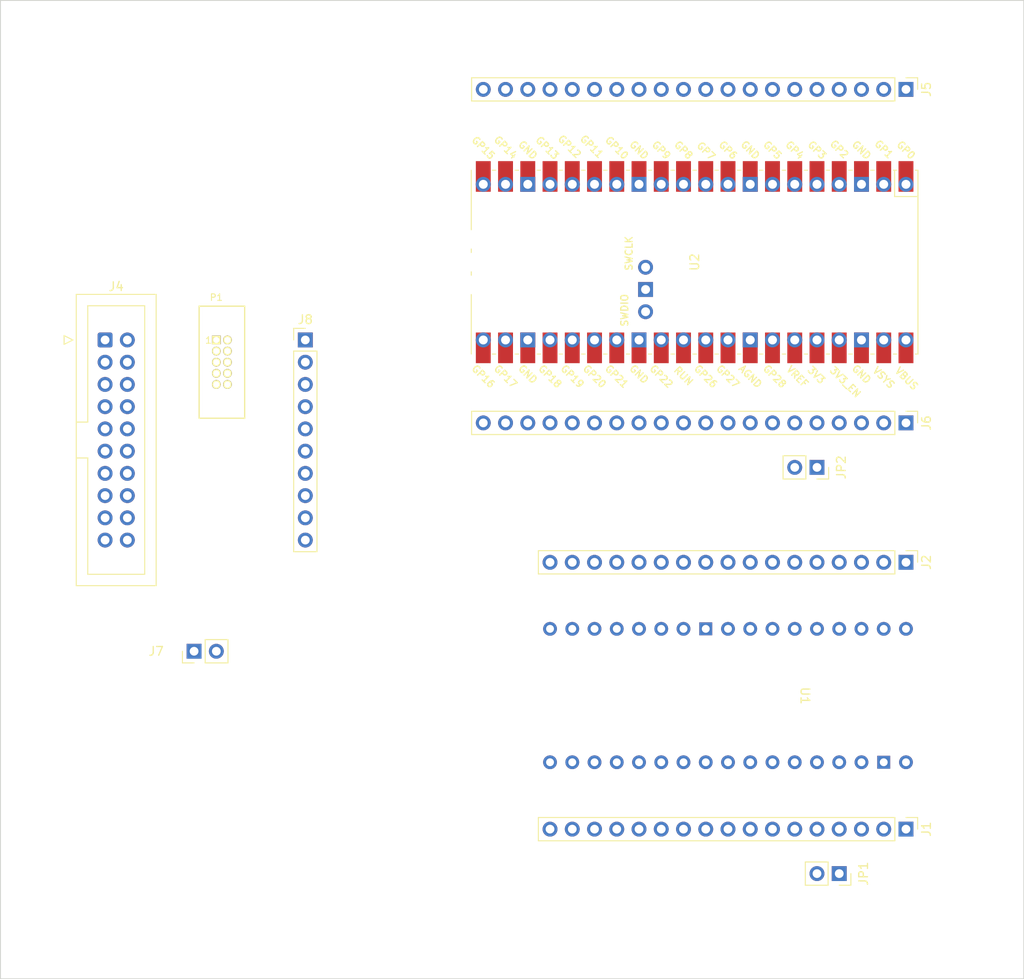
<source format=kicad_pcb>
(kicad_pcb (version 20221018) (generator pcbnew)
  (layers (0 "F.Cu" signal) (31 "B.Cu" signal) (34 "B.Paste" user) (35 "F.Paste" user) (36 "B.SilkS" user "B.Silkscreen") (37 "F.SilkS" user "F.Silkscreen") (38 "B.Mask" user) (39 "F.Mask" user) (44 "Edge.Cuts" user))
  (net 0 "")
  (net 1 "Net-(J1-Pin_1)")
  (net 2 "GND")
  (net 3 "Net-(J1-Pin_3)")
  (net 4 "Net-(J1-Pin_4)")
  (net 5 "Net-(J1-Pin_5)")
  (net 6 "Net-(J1-Pin_6)")
  (net 7 "Net-(J1-Pin_7)")
  (net 8 "Net-(J1-Pin_8)")
  (net 9 "Net-(J1-Pin_9)")
  (net 10 "Net-(J1-Pin_10)")
  (net 11 "Net-(J1-Pin_11)")
  (net 12 "Net-(J1-Pin_12)")
  (net 13 "Net-(J1-Pin_13)")
  (net 14 "Net-(J1-Pin_14)")
  (net 15 "Net-(J1-Pin_15)")
  (net 16 "Net-(J1-Pin_16)")
  (net 17 "Net-(J1-Pin_17)")
  (net 18 "Net-(J2-Pin_1)")
  (net 19 "Net-(J2-Pin_2)")
  (net 20 "Net-(J2-Pin_3)")
  (net 21 "Net-(J2-Pin_4)")
  (net 22 "Net-(J2-Pin_5)")
  (net 23 "Net-(J2-Pin_6)")
  (net 24 "Net-(J2-Pin_7)")
  (net 25 "Net-(J2-Pin_8)")
  (net 26 "/JTAG.~{nTRST}")
  (net 27 "Net-(J2-Pin_11)")
  (net 28 "Net-(J2-Pin_12)")
  (net 29 "Net-(J2-Pin_13)")
  (net 30 "/JTAG.TCK")
  (net 31 "/JTAG.TDO")
  (net 32 "/JTAG.TDI")
  (net 33 "/JTAG.TMS")
  (net 34 "/JTAG.VTRef")
  (net 36 "/JTAG.RTCK")
  (net 37 "/JTAG.RESET")
  (net 38 "/JTAG.DBGRQ")
  (net 39 "+5V")
  (net 40 "Net-(J5-Pin_1)")
  (net 41 "Net-(J5-Pin_2)")
  (net 42 "Net-(J5-Pin_3)")
  (net 43 "Net-(J5-Pin_4)")
  (net 44 "Net-(J5-Pin_5)")
  (net 45 "Net-(J5-Pin_6)")
  (net 46 "Net-(J5-Pin_7)")
  (net 47 "Net-(J5-Pin_8)")
  (net 48 "Net-(J5-Pin_9)")
  (net 49 "Net-(J5-Pin_10)")
  (net 50 "Net-(J5-Pin_11)")
  (net 51 "Net-(J5-Pin_12)")
  (net 52 "Net-(J5-Pin_13)")
  (net 53 "Net-(J5-Pin_14)")
  (net 54 "Net-(J5-Pin_15)")
  (net 55 "Net-(J5-Pin_16)")
  (net 56 "Net-(J5-Pin_17)")
  (net 57 "Net-(J5-Pin_18)")
  (net 58 "Net-(J5-Pin_19)")
  (net 59 "Net-(J5-Pin_20)")
  (net 60 "Net-(J6-Pin_1)")
  (net 61 "Net-(J6-Pin_2)")
  (net 62 "Net-(J6-Pin_3)")
  (net 63 "Net-(J6-Pin_4)")
  (net 64 "Net-(J6-Pin_5)")
  (net 65 "Net-(J6-Pin_6)")
  (net 66 "Net-(J6-Pin_7)")
  (net 67 "Net-(J6-Pin_8)")
  (net 68 "Net-(J6-Pin_9)")
  (net 69 "Net-(J6-Pin_10)")
  (net 70 "Net-(J6-Pin_12)")
  (net 71 "Net-(J6-Pin_13)")
  (net 72 "Net-(J6-Pin_14)")
  (net 73 "Net-(J6-Pin_15)")
  (net 74 "Net-(J6-Pin_16)")
  (net 75 "Net-(J6-Pin_17)")
  (net 76 "Net-(J6-Pin_18)")
  (net 77 "Net-(J6-Pin_19)")
  (net 78 "Net-(J6-Pin_20)")
  (footprint "Connector_PinHeader_2.54mm:PinHeader_1x02_P2.54mm_Vertical" (layer "F.Cu") (at 95.77 104.8259 90)
    (fp_text reference "J7" (at 0 -4.33 180) (layer "F.SilkS"))
    (fp_text value "Segger 5V Out")
    (pad "1" thru_hole rect (at 0 0 90) (size 1.7 1.7) (drill 1) (layers "*.Cu" "*.Mask") (net 39 "+5V"))
    (pad "2" thru_hole oval (at 0 2.54 90) (size 1.7 1.7) (drill 1) (layers "*.Cu" "*.Mask") (net 2 "GND"))
  )
  (footprint "Connector_PinHeader_2.54mm:PinHeader_1x20_P2.54mm_Vertical" (layer "F.Cu") (at 177.05 78.74 -90)
    (fp_text reference "J6" (at 0 -2.33 90) (layer "F.SilkS"))
    (fp_text value "Rpi Pico Breakout2")
    (pad "1" thru_hole rect (at 0 0 270) (size 1.7 1.7) (drill 1) (layers "*.Cu" "*.Mask") (net 60 "Net-(J6-Pin_1)"))
    (pad "2" thru_hole oval (at 0 2.54 270) (size 1.7 1.7) (drill 1) (layers "*.Cu" "*.Mask") (net 61 "Net-(J6-Pin_2)"))
    (pad "3" thru_hole oval (at 0 5.08 270) (size 1.7 1.7) (drill 1) (layers "*.Cu" "*.Mask") (net 62 "Net-(J6-Pin_3)"))
    (pad "4" thru_hole oval (at 0 7.62 270) (size 1.7 1.7) (drill 1) (layers "*.Cu" "*.Mask") (net 63 "Net-(J6-Pin_4)"))
    (pad "5" thru_hole oval (at 0 10.16 270) (size 1.7 1.7) (drill 1) (layers "*.Cu" "*.Mask") (net 64 "Net-(J6-Pin_5)"))
    (pad "6" thru_hole oval (at 0 12.7 270) (size 1.7 1.7) (drill 1) (layers "*.Cu" "*.Mask") (net 65 "Net-(J6-Pin_6)"))
    (pad "7" thru_hole oval (at 0 15.24 270) (size 1.7 1.7) (drill 1) (layers "*.Cu" "*.Mask") (net 66 "Net-(J6-Pin_7)"))
    (pad "8" thru_hole oval (at 0 17.78 270) (size 1.7 1.7) (drill 1) (layers "*.Cu" "*.Mask") (net 67 "Net-(J6-Pin_8)"))
    (pad "9" thru_hole oval (at 0 20.32 270) (size 1.7 1.7) (drill 1) (layers "*.Cu" "*.Mask") (net 68 "Net-(J6-Pin_9)"))
    (pad "10" thru_hole oval (at 0 22.86 270) (size 1.7 1.7) (drill 1) (layers "*.Cu" "*.Mask") (net 69 "Net-(J6-Pin_10)"))
    (pad "11" thru_hole oval (at 0 25.4 270) (size 1.7 1.7) (drill 1) (layers "*.Cu" "*.Mask") (net 37 "/JTAG.RESET"))
    (pad "12" thru_hole oval (at 0 27.94 270) (size 1.7 1.7) (drill 1) (layers "*.Cu" "*.Mask") (net 70 "Net-(J6-Pin_12)"))
    (pad "13" thru_hole oval (at 0 30.48 270) (size 1.7 1.7) (drill 1) (layers "*.Cu" "*.Mask") (net 71 "Net-(J6-Pin_13)"))
    (pad "14" thru_hole oval (at 0 33.02 270) (size 1.7 1.7) (drill 1) (layers "*.Cu" "*.Mask") (net 72 "Net-(J6-Pin_14)"))
    (pad "15" thru_hole oval (at 0 35.56 270) (size 1.7 1.7) (drill 1) (layers "*.Cu" "*.Mask") (net 73 "Net-(J6-Pin_15)"))
    (pad "16" thru_hole oval (at 0 38.1 270) (size 1.7 1.7) (drill 1) (layers "*.Cu" "*.Mask") (net 74 "Net-(J6-Pin_16)"))
    (pad "17" thru_hole oval (at 0 40.64 270) (size 1.7 1.7) (drill 1) (layers "*.Cu" "*.Mask") (net 75 "Net-(J6-Pin_17)"))
    (pad "18" thru_hole oval (at 0 43.18 270) (size 1.7 1.7) (drill 1) (layers "*.Cu" "*.Mask") (net 76 "Net-(J6-Pin_18)"))
    (pad "19" thru_hole oval (at 0 45.72 270) (size 1.7 1.7) (drill 1) (layers "*.Cu" "*.Mask") (net 77 "Net-(J6-Pin_19)"))
    (pad "20" thru_hole oval (at 0 48.26 270) (size 1.7 1.7) (drill 1) (layers "*.Cu" "*.Mask") (net 78 "Net-(J6-Pin_20)"))
  )
  (footprint "Connector_PinHeader_2.54mm:PinHeader_1x17_P2.54mm_Vertical" (layer "F.Cu") (at 177.05 125.1459 -90)
    (fp_text reference "J1" (at 0 -2.33 90) (layer "F.SilkS"))
    (fp_text value "ESP32Pro Breakout2")
    (pad "1" thru_hole rect (at 0 0 270) (size 1.7 1.7) (drill 1) (layers "*.Cu" "*.Mask") (net 1 "Net-(J1-Pin_1)"))
    (pad "2" thru_hole oval (at 0 2.54 270) (size 1.7 1.7) (drill 1) (layers "*.Cu" "*.Mask") (net 2 "GND"))
    (pad "3" thru_hole oval (at 0 5.08 270) (size 1.7 1.7) (drill 1) (layers "*.Cu" "*.Mask") (net 3 "Net-(J1-Pin_3)"))
    (pad "4" thru_hole oval (at 0 7.62 270) (size 1.7 1.7) (drill 1) (layers "*.Cu" "*.Mask") (net 4 "Net-(J1-Pin_4)"))
    (pad "5" thru_hole oval (at 0 10.16 270) (size 1.7 1.7) (drill 1) (layers "*.Cu" "*.Mask") (net 5 "Net-(J1-Pin_5)"))
    (pad "6" thru_hole oval (at 0 12.7 270) (size 1.7 1.7) (drill 1) (layers "*.Cu" "*.Mask") (net 6 "Net-(J1-Pin_6)"))
    (pad "7" thru_hole oval (at 0 15.24 270) (size 1.7 1.7) (drill 1) (layers "*.Cu" "*.Mask") (net 7 "Net-(J1-Pin_7)"))
    (pad "8" thru_hole oval (at 0 17.78 270) (size 1.7 1.7) (drill 1) (layers "*.Cu" "*.Mask") (net 8 "Net-(J1-Pin_8)"))
    (pad "9" thru_hole oval (at 0 20.32 270) (size 1.7 1.7) (drill 1) (layers "*.Cu" "*.Mask") (net 9 "Net-(J1-Pin_9)"))
    (pad "10" thru_hole oval (at 0 22.86 270) (size 1.7 1.7) (drill 1) (layers "*.Cu" "*.Mask") (net 10 "Net-(J1-Pin_10)"))
    (pad "11" thru_hole oval (at 0 25.4 270) (size 1.7 1.7) (drill 1) (layers "*.Cu" "*.Mask") (net 11 "Net-(J1-Pin_11)"))
    (pad "12" thru_hole oval (at 0 27.94 270) (size 1.7 1.7) (drill 1) (layers "*.Cu" "*.Mask") (net 12 "Net-(J1-Pin_12)"))
    (pad "13" thru_hole oval (at 0 30.48 270) (size 1.7 1.7) (drill 1) (layers "*.Cu" "*.Mask") (net 13 "Net-(J1-Pin_13)"))
    (pad "14" thru_hole oval (at 0 33.02 270) (size 1.7 1.7) (drill 1) (layers "*.Cu" "*.Mask") (net 14 "Net-(J1-Pin_14)"))
    (pad "15" thru_hole oval (at 0 35.56 270) (size 1.7 1.7) (drill 1) (layers "*.Cu" "*.Mask") (net 15 "Net-(J1-Pin_15)"))
    (pad "16" thru_hole oval (at 0 38.1 270) (size 1.7 1.7) (drill 1) (layers "*.Cu" "*.Mask") (net 16 "Net-(J1-Pin_16)"))
    (pad "17" thru_hole oval (at 0 40.64 270) (size 1.7 1.7) (drill 1) (layers "*.Cu" "*.Mask") (net 17 "Net-(J1-Pin_17)"))
  )
  (footprint "Connector_PinSocket_2.54mm:PinSocket_1x02_P2.54mm_Vertical" (layer "F.Cu") (at 166.89 83.82 -90)
    (fp_text reference "JP2" (at 0 -2.77 90) (layer "F.SilkS"))
    (fp_text value "VTref Segger Input")
    (pad "1" thru_hole rect (at 0 0 270) (size 1.7 1.7) (drill 1) (layers "*.Cu" "*.Mask") (net 64 "Net-(J6-Pin_5)"))
    (pad "2" thru_hole oval (at 0 2.54 270) (size 1.7 1.7) (drill 1) (layers "*.Cu" "*.Mask") (net 34 "/JTAG.VTRef"))
  )
  (footprint "pros3:ProS3_TH" (layer "F.Cu") (at 156.73 109.9059 -90)
    (fp_text reference "U1" (at 0 -8.8 -90 unlocked) (layer "F.SilkS"))
    (fp_text value "ProS3")
    (pad "1" thru_hole circle (at 7.6 -20.32 270) (size 1.5748 1.5748) (drill 0.9) (layers "*.Cu" "*.Mask") (net 1 "Net-(J1-Pin_1)"))
    (pad "2" thru_hole rect (at 7.6 -17.78 270) (size 1.4732 1.4732) (drill 0.9) (layers "*.Cu" "*.Mask") (net 2 "GND"))
    (pad "3" thru_hole circle (at 7.6 -15.24 270) (size 1.5748 1.5748) (drill 0.9) (layers "*.Cu" "*.Mask") (net 3 "Net-(J1-Pin_3)"))
    (pad "4" thru_hole circle (at 7.6 -12.7 270) (size 1.5748 1.5748) (drill 0.9) (layers "*.Cu" "*.Mask") (net 4 "Net-(J1-Pin_4)"))
    (pad "5" thru_hole circle (at 7.6 -10.16 270) (size 1.5748 1.5748) (drill 0.9) (layers "*.Cu" "*.Mask") (net 5 "Net-(J1-Pin_5)"))
    (pad "6" thru_hole circle (at 7.6 -7.62 270) (size 1.5748 1.5748) (drill 0.9) (layers "*.Cu" "*.Mask") (net 6 "Net-(J1-Pin_6)"))
    (pad "7" thru_hole circle (at 7.6 -5.08 270) (size 1.5748 1.5748) (drill 0.9) (layers "*.Cu" "*.Mask") (net 7 "Net-(J1-Pin_7)"))
    (pad "8" thru_hole circle (at 7.6 -2.54 270) (size 1.5748 1.5748) (drill 0.9) (layers "*.Cu" "*.Mask") (net 8 "Net-(J1-Pin_8)"))
    (pad "9" thru_hole circle (at 7.6 0 270) (size 1.5748 1.5748) (drill 0.9) (layers "*.Cu" "*.Mask") (net 9 "Net-(J1-Pin_9)"))
    (pad "10" thru_hole circle (at 7.6 2.54 270) (size 1.5748 1.5748) (drill 0.9) (layers "*.Cu" "*.Mask") (net 10 "Net-(J1-Pin_10)"))
    (pad "11" thru_hole circle (at 7.6 5.08 270) (size 1.5748 1.5748) (drill 0.9) (layers "*.Cu" "*.Mask") (net 11 "Net-(J1-Pin_11)"))
    (pad "12" thru_hole circle (at 7.6 7.62 270) (size 1.5748 1.5748) (drill 0.9) (layers "*.Cu" "*.Mask") (net 12 "Net-(J1-Pin_12)"))
    (pad "13" thru_hole circle (at 7.6 10.16 270) (size 1.5748 1.5748) (drill 0.9) (layers "*.Cu" "*.Mask") (net 13 "Net-(J1-Pin_13)"))
    (pad "14" thru_hole circle (at 7.6 12.7 270) (size 1.5748 1.5748) (drill 0.9) (layers "*.Cu" "*.Mask") (net 14 "Net-(J1-Pin_14)"))
    (pad "15" thru_hole circle (at 7.6 15.24 270) (size 1.5748 1.5748) (drill 0.9) (layers "*.Cu" "*.Mask") (net 15 "Net-(J1-Pin_15)"))
    (pad "16" thru_hole circle (at 7.6 17.78 270) (size 1.5748 1.5748) (drill 0.9) (layers "*.Cu" "*.Mask") (net 16 "Net-(J1-Pin_16)"))
    (pad "17" thru_hole circle (at 7.6 20.32 270) (size 1.5748 1.5748) (drill 0.9) (layers "*.Cu" "*.Mask") (net 17 "Net-(J1-Pin_17)"))
    (pad "18" thru_hole circle (at -7.64 20.32 270) (size 1.5748 1.5748) (drill 0.9) (layers "*.Cu" "*.Mask") (net 33 "/JTAG.TMS"))
    (pad "19" thru_hole circle (at -7.64 17.78 270) (size 1.5748 1.5748) (drill 0.9) (layers "*.Cu" "*.Mask") (net 32 "/JTAG.TDI"))
    (pad "20" thru_hole circle (at -7.64 15.24 270) (size 1.5748 1.5748) (drill 0.9) (layers "*.Cu" "*.Mask") (net 31 "/JTAG.TDO"))
    (pad "21" thru_hole circle (at -7.64 12.7 270) (size 1.5748 1.5748) (drill 0.9) (layers "*.Cu" "*.Mask") (net 30 "/JTAG.TCK"))
    (pad "22" thru_hole circle (at -7.64 10.16 270) (size 1.5748 1.5748) (drill 0.9) (layers "*.Cu" "*.Mask") (net 29 "Net-(J2-Pin_13)"))
    (pad "23" thru_hole circle (at -7.64 7.62 270) (size 1.5748 1.5748) (drill 0.9) (layers "*.Cu" "*.Mask") (net 28 "Net-(J2-Pin_12)"))
    (pad "24" thru_hole circle (at -7.64 5.08 270) (size 1.5748 1.5748) (drill 0.9) (layers "*.Cu" "*.Mask") (net 27 "Net-(J2-Pin_11)"))
    (pad "25" thru_hole rect (at -7.64 2.54 270) (size 1.4732 1.4732) (drill 0.9) (layers "*.Cu" "*.Mask") (net 2 "GND"))
    (pad "26" thru_hole circle (at -7.64 0 270) (size 1.5748 1.5748) (drill 0.9) (layers "*.Cu" "*.Mask") (net 26 "/JTAG.~{nTRST}"))
    (pad "27" thru_hole circle (at -7.64 -2.54 270) (size 1.5748 1.5748) (drill 0.9) (layers "*.Cu" "*.Mask") (net 25 "Net-(J2-Pin_8)"))
    (pad "28" thru_hole circle (at -7.64 -5.08 270) (size 1.5748 1.5748) (drill 0.9) (layers "*.Cu" "*.Mask") (net 24 "Net-(J2-Pin_7)"))
    (pad "29" thru_hole circle (at -7.64 -7.62 270) (size 1.5748 1.5748) (drill 0.9) (layers "*.Cu" "*.Mask") (net 23 "Net-(J2-Pin_6)"))
    (pad "30" thru_hole circle (at -7.64 -10.16 270) (size 1.5748 1.5748) (drill 0.9) (layers "*.Cu" "*.Mask") (net 22 "Net-(J2-Pin_5)"))
    (pad "31" thru_hole circle (at -7.64 -12.7 270) (size 1.5748 1.5748) (drill 0.9) (layers "*.Cu" "*.Mask") (net 21 "Net-(J2-Pin_4)"))
    (pad "32" thru_hole circle (at -7.64 -15.24 270) (size 1.5748 1.5748) (drill 0.9) (layers "*.Cu" "*.Mask") (net 20 "Net-(J2-Pin_3)"))
    (pad "33" thru_hole circle (at -7.64 -17.78 270) (size 1.5748 1.5748) (drill 0.9) (layers "*.Cu" "*.Mask") (net 19 "Net-(J2-Pin_2)"))
    (pad "34" thru_hole circle (at -7.64 -20.32 270) (size 1.5748 1.5748) (drill 0.9) (layers "*.Cu" "*.Mask") (net 18 "Net-(J2-Pin_1)"))
  )
  (footprint "Connector_PinHeader_2.54mm:PinHeader_1x17_P2.54mm_Vertical" (layer "F.Cu") (at 177.05 94.6659 -90)
    (fp_text reference "J2" (at 0 -2.33 90) (layer "F.SilkS"))
    (fp_text value "ESP32Pro Breakout1")
    (pad "1" thru_hole rect (at 0 0 270) (size 1.7 1.7) (drill 1) (layers "*.Cu" "*.Mask") (net 18 "Net-(J2-Pin_1)"))
    (pad "2" thru_hole oval (at 0 2.54 270) (size 1.7 1.7) (drill 1) (layers "*.Cu" "*.Mask") (net 19 "Net-(J2-Pin_2)"))
    (pad "3" thru_hole oval (at 0 5.08 270) (size 1.7 1.7) (drill 1) (layers "*.Cu" "*.Mask") (net 20 "Net-(J2-Pin_3)"))
    (pad "4" thru_hole oval (at 0 7.62 270) (size 1.7 1.7) (drill 1) (layers "*.Cu" "*.Mask") (net 21 "Net-(J2-Pin_4)"))
    (pad "5" thru_hole oval (at 0 10.16 270) (size 1.7 1.7) (drill 1) (layers "*.Cu" "*.Mask") (net 22 "Net-(J2-Pin_5)"))
    (pad "6" thru_hole oval (at 0 12.7 270) (size 1.7 1.7) (drill 1) (layers "*.Cu" "*.Mask") (net 23 "Net-(J2-Pin_6)"))
    (pad "7" thru_hole oval (at 0 15.24 270) (size 1.7 1.7) (drill 1) (layers "*.Cu" "*.Mask") (net 24 "Net-(J2-Pin_7)"))
    (pad "8" thru_hole oval (at 0 17.78 270) (size 1.7 1.7) (drill 1) (layers "*.Cu" "*.Mask") (net 25 "Net-(J2-Pin_8)"))
    (pad "9" thru_hole oval (at 0 20.32 270) (size 1.7 1.7) (drill 1) (layers "*.Cu" "*.Mask") (net 26 "/JTAG.~{nTRST}"))
    (pad "10" thru_hole oval (at 0 22.86 270) (size 1.7 1.7) (drill 1) (layers "*.Cu" "*.Mask") (net 2 "GND"))
    (pad "11" thru_hole oval (at 0 25.4 270) (size 1.7 1.7) (drill 1) (layers "*.Cu" "*.Mask") (net 27 "Net-(J2-Pin_11)"))
    (pad "12" thru_hole oval (at 0 27.94 270) (size 1.7 1.7) (drill 1) (layers "*.Cu" "*.Mask") (net 28 "Net-(J2-Pin_12)"))
    (pad "13" thru_hole oval (at 0 30.48 270) (size 1.7 1.7) (drill 1) (layers "*.Cu" "*.Mask") (net 29 "Net-(J2-Pin_13)"))
    (pad "14" thru_hole oval (at 0 33.02 270) (size 1.7 1.7) (drill 1) (layers "*.Cu" "*.Mask") (net 30 "/JTAG.TCK"))
    (pad "15" thru_hole oval (at 0 35.56 270) (size 1.7 1.7) (drill 1) (layers "*.Cu" "*.Mask") (net 31 "/JTAG.TDO"))
    (pad "16" thru_hole oval (at 0 38.1 270) (size 1.7 1.7) (drill 1) (layers "*.Cu" "*.Mask") (net 32 "/JTAG.TDI"))
    (pad "17" thru_hole oval (at 0 40.64 270) (size 1.7 1.7) (drill 1) (layers "*.Cu" "*.Mask") (net 33 "/JTAG.TMS"))
  )
  (footprint "Connector_PinHeader_2.54mm:PinHeader_1x20_P2.54mm_Vertical" (layer "F.Cu") (at 177.05 40.64 -90)
    (fp_text reference "J5" (at 0 -2.33 90) (layer "F.SilkS"))
    (fp_text value "Rpi Pico Breakout1")
    (pad "1" thru_hole rect (at 0 0 270) (size 1.7 1.7) (drill 1) (layers "*.Cu" "*.Mask") (net 40 "Net-(J5-Pin_1)"))
    (pad "2" thru_hole oval (at 0 2.54 270) (size 1.7 1.7) (drill 1) (layers "*.Cu" "*.Mask") (net 41 "Net-(J5-Pin_2)"))
    (pad "3" thru_hole oval (at 0 5.08 270) (size 1.7 1.7) (drill 1) (layers "*.Cu" "*.Mask") (net 42 "Net-(J5-Pin_3)"))
    (pad "4" thru_hole oval (at 0 7.62 270) (size 1.7 1.7) (drill 1) (layers "*.Cu" "*.Mask") (net 43 "Net-(J5-Pin_4)"))
    (pad "5" thru_hole oval (at 0 10.16 270) (size 1.7 1.7) (drill 1) (layers "*.Cu" "*.Mask") (net 44 "Net-(J5-Pin_5)"))
    (pad "6" thru_hole oval (at 0 12.7 270) (size 1.7 1.7) (drill 1) (layers "*.Cu" "*.Mask") (net 45 "Net-(J5-Pin_6)"))
    (pad "7" thru_hole oval (at 0 15.24 270) (size 1.7 1.7) (drill 1) (layers "*.Cu" "*.Mask") (net 46 "Net-(J5-Pin_7)"))
    (pad "8" thru_hole oval (at 0 17.78 270) (size 1.7 1.7) (drill 1) (layers "*.Cu" "*.Mask") (net 47 "Net-(J5-Pin_8)"))
    (pad "9" thru_hole oval (at 0 20.32 270) (size 1.7 1.7) (drill 1) (layers "*.Cu" "*.Mask") (net 48 "Net-(J5-Pin_9)"))
    (pad "10" thru_hole oval (at 0 22.86 270) (size 1.7 1.7) (drill 1) (layers "*.Cu" "*.Mask") (net 49 "Net-(J5-Pin_10)"))
    (pad "11" thru_hole oval (at 0 25.4 270) (size 1.7 1.7) (drill 1) (layers "*.Cu" "*.Mask") (net 50 "Net-(J5-Pin_11)"))
    (pad "12" thru_hole oval (at 0 27.94 270) (size 1.7 1.7) (drill 1) (layers "*.Cu" "*.Mask") (net 51 "Net-(J5-Pin_12)"))
    (pad "13" thru_hole oval (at 0 30.48 270) (size 1.7 1.7) (drill 1) (layers "*.Cu" "*.Mask") (net 52 "Net-(J5-Pin_13)"))
    (pad "14" thru_hole oval (at 0 33.02 270) (size 1.7 1.7) (drill 1) (layers "*.Cu" "*.Mask") (net 53 "Net-(J5-Pin_14)"))
    (pad "15" thru_hole oval (at 0 35.56 270) (size 1.7 1.7) (drill 1) (layers "*.Cu" "*.Mask") (net 54 "Net-(J5-Pin_15)"))
    (pad "16" thru_hole oval (at 0 38.1 270) (size 1.7 1.7) (drill 1) (layers "*.Cu" "*.Mask") (net 55 "Net-(J5-Pin_16)"))
    (pad "17" thru_hole oval (at 0 40.64 270) (size 1.7 1.7) (drill 1) (layers "*.Cu" "*.Mask") (net 56 "Net-(J5-Pin_17)"))
    (pad "18" thru_hole oval (at 0 43.18 270) (size 1.7 1.7) (drill 1) (layers "*.Cu" "*.Mask") (net 57 "Net-(J5-Pin_18)"))
    (pad "19" thru_hole oval (at 0 45.72 270) (size 1.7 1.7) (drill 1) (layers "*.Cu" "*.Mask") (net 58 "Net-(J5-Pin_19)"))
    (pad "20" thru_hole oval (at 0 48.26 270) (size 1.7 1.7) (drill 1) (layers "*.Cu" "*.Mask") (net 59 "Net-(J5-Pin_20)"))
  )
  (footprint "Connector_PinSocket_2.54mm:PinSocket_1x02_P2.54mm_Vertical" (layer "F.Cu") (at 169.43 130.2259 -90)
    (fp_text reference "JP1" (at 0 -2.77 90) (layer "F.SilkS"))
    (fp_text value "VTref Segger Input")
    (pad "1" thru_hole rect (at 0 0 270) (size 1.7 1.7) (drill 1) (layers "*.Cu" "*.Mask") (net 4 "Net-(J1-Pin_4)"))
    (pad "2" thru_hole oval (at 0 2.54 270) (size 1.7 1.7) (drill 1) (layers "*.Cu" "*.Mask") (net 34 "/JTAG.VTRef"))
  )
  (footprint "Connector_PinHeader_2.54mm:PinHeader_1x10_P2.54mm_Vertical" (layer "F.Cu") (at 108.47 69.2659)
    (fp_text reference "J8" (at 0 -2.33) (layer "F.SilkS"))
    (fp_text value "Segger Breakout")
    (pad "1" thru_hole rect (at 0 0) (size 1.7 1.7) (drill 1) (layers "*.Cu" "*.Mask") (net 34 "/JTAG.VTRef"))
    (pad "2" thru_hole oval (at 0 2.54) (size 1.7 1.7) (drill 1) (layers "*.Cu" "*.Mask") (net 26 "/JTAG.~{nTRST}"))
    (pad "3" thru_hole oval (at 0 5.08) (size 1.7 1.7) (drill 1) (layers "*.Cu" "*.Mask") (net 32 "/JTAG.TDI"))
    (pad "4" thru_hole oval (at 0 7.62) (size 1.7 1.7) (drill 1) (layers "*.Cu" "*.Mask") (net 33 "/JTAG.TMS"))
    (pad "5" thru_hole oval (at 0 10.16) (size 1.7 1.7) (drill 1) (layers "*.Cu" "*.Mask") (net 30 "/JTAG.TCK"))
    (pad "6" thru_hole oval (at 0 12.7) (size 1.7 1.7) (drill 1) (layers "*.Cu" "*.Mask") (net 36 "/JTAG.RTCK"))
    (pad "7" thru_hole oval (at 0 15.24) (size 1.7 1.7) (drill 1) (layers "*.Cu" "*.Mask") (net 31 "/JTAG.TDO"))
    (pad "8" thru_hole oval (at 0 17.78) (size 1.7 1.7) (drill 1) (layers "*.Cu" "*.Mask") (net 37 "/JTAG.RESET"))
    (pad "9" thru_hole oval (at 0 20.32) (size 1.7 1.7) (drill 1) (layers "*.Cu" "*.Mask") (net 38 "/JTAG.DBGRQ"))
    (pad "10" thru_hole oval (at 0 22.86) (size 1.7 1.7) (drill 1) (layers "*.Cu" "*.Mask") (net 2 "GND"))
  )
  (footprint "Connector_IDC:IDC-Header_2x10_P2.54mm_Vertical" (layer "F.Cu") (at 85.61 69.2659)
    (fp_text reference "J4" (at 1.27 -6.1) (layer "F.SilkS"))
    (fp_text value "JTag Segger Connector")
    (pad "1" thru_hole roundrect (at 0 0) (size 1.7 1.7) (drill 1) (layers "*.Cu" "*.Mask") (roundrect_rratio 0.147059) (net 34 "/JTAG.VTRef"))
    (pad "2" thru_hole circle (at 2.54 0) (size 1.7 1.7) (drill 1) (layers "*.Cu" "*.Mask"))
    (pad "3" thru_hole circle (at 0 2.54) (size 1.7 1.7) (drill 1) (layers "*.Cu" "*.Mask") (net 26 "/JTAG.~{nTRST}"))
    (pad "4" thru_hole circle (at 2.54 2.54) (size 1.7 1.7) (drill 1) (layers "*.Cu" "*.Mask") (net 2 "GND"))
    (pad "5" thru_hole circle (at 0 5.08) (size 1.7 1.7) (drill 1) (layers "*.Cu" "*.Mask") (net 32 "/JTAG.TDI"))
    (pad "6" thru_hole circle (at 2.54 5.08) (size 1.7 1.7) (drill 1) (layers "*.Cu" "*.Mask") (net 2 "GND"))
    (pad "7" thru_hole circle (at 0 7.62) (size 1.7 1.7) (drill 1) (layers "*.Cu" "*.Mask") (net 33 "/JTAG.TMS"))
    (pad "8" thru_hole circle (at 2.54 7.62) (size 1.7 1.7) (drill 1) (layers "*.Cu" "*.Mask") (net 2 "GND"))
    (pad "9" thru_hole circle (at 0 10.16) (size 1.7 1.7) (drill 1) (layers "*.Cu" "*.Mask") (net 30 "/JTAG.TCK"))
    (pad "10" thru_hole circle (at 2.54 10.16) (size 1.7 1.7) (drill 1) (layers "*.Cu" "*.Mask") (net 2 "GND"))
    (pad "11" thru_hole circle (at 0 12.7) (size 1.7 1.7) (drill 1) (layers "*.Cu" "*.Mask") (net 36 "/JTAG.RTCK"))
    (pad "12" thru_hole circle (at 2.54 12.7) (size 1.7 1.7) (drill 1) (layers "*.Cu" "*.Mask") (net 2 "GND"))
    (pad "13" thru_hole circle (at 0 15.24) (size 1.7 1.7) (drill 1) (layers "*.Cu" "*.Mask") (net 31 "/JTAG.TDO"))
    (pad "14" thru_hole circle (at 2.54 15.24) (size 1.7 1.7) (drill 1) (layers "*.Cu" "*.Mask") (net 2 "GND"))
    (pad "15" thru_hole circle (at 0 17.78) (size 1.7 1.7) (drill 1) (layers "*.Cu" "*.Mask") (net 37 "/JTAG.RESET"))
    (pad "16" thru_hole circle (at 2.54 17.78) (size 1.7 1.7) (drill 1) (layers "*.Cu" "*.Mask") (net 2 "GND"))
    (pad "17" thru_hole circle (at 0 20.32) (size 1.7 1.7) (drill 1) (layers "*.Cu" "*.Mask") (net 38 "/JTAG.DBGRQ"))
    (pad "18" thru_hole circle (at 2.54 20.32) (size 1.7 1.7) (drill 1) (layers "*.Cu" "*.Mask") (net 39 "+5V"))
    (pad "19" thru_hole circle (at 0 22.86) (size 1.7 1.7) (drill 1) (layers "*.Cu" "*.Mask"))
    (pad "20" thru_hole circle (at 2.54 22.86) (size 1.7 1.7) (drill 1) (layers "*.Cu" "*.Mask") (net 2 "GND"))
  )
  (footprint "MCU_RaspberryPi_and_Boards:RPi_PicoW_SMD_TH" (layer "F.Cu") (at 152.92 60.3759 -90)
    (fp_text reference "U2" (at 0 0 90) (layer "F.SilkS"))
    (fp_text value "Rpi Pico")
    (fp_text user "VSYS" (at 13.2 -21.59 135) (layer "F.SilkS") (effects (font (size 0.8 0.8))))
    (fp_text user "GP2" (at -12.9 -16.51 135) (layer "F.SilkS") (effects (font (size 0.8 0.8))))
    (fp_text user "SWCLK" (at -1 7.5 90) (layer "F.SilkS") (effects (font (size 0.8 0.8))))
    (fp_text user "GP13" (at -13.054 16.8325 135) (layer "F.SilkS") (effects (font (size 0.8 0.8))))
    (fp_text user "GP19" (at 13.054 13.97 135) (layer "F.SilkS") (effects (font (size 0.8 0.8))))
    (fp_text user "GP4" (at -12.8 -11.43 135) (layer "F.SilkS") (effects (font (size 0.8 0.8))))
    (fp_text user "AGND" (at 13.054 -6.35 135) (layer "F.SilkS") (effects (font (size 0.8 0.8))))
    (fp_text user "GP17" (at 13.054 21.59 135) (layer "F.SilkS") (effects (font (size 0.8 0.8))))
    (fp_text user "GND" (at -12.8 19.05 135) (layer "F.SilkS") (effects (font (size 0.8 0.8))))
    (fp_text user "GP22" (at 13.054 3.81 135) (layer "F.SilkS") (effects (font (size 0.8 0.8))))
    (fp_text user "GP18" (at 13.054 16.51 135) (layer "F.SilkS") (effects (font (size 0.8 0.8))))
    (fp_text user "VREF" (at 13.0675 -11.7425 135) (layer "F.SilkS") (effects (font (size 0.8 0.8))))
    (fp_text user "GP5" (at -12.8 -8.89 135) (layer "F.SilkS") (effects (font (size 0.8 0.8))))
    (fp_text user "GP1" (at -12.9 -21.6 135) (layer "F.SilkS") (effects (font (size 0.8 0.8))))
    (fp_text user "GP20" (at 13.054 11.43 135) (layer "F.SilkS") (effects (font (size 0.8 0.8))))
    (fp_text user "GP7" (at -12.7 -1.3 135) (layer "F.SilkS") (effects (font (size 0.8 0.8))))
    (fp_text user "GP27" (at 13.054 -3.8 135) (layer "F.SilkS") (effects (font (size 0.8 0.8))))
    (fp_text user "SWDIO" (at 5.5 8 90) (layer "F.SilkS") (effects (font (size 0.8 0.8))))
    (fp_text user "GND" (at 12.8 19.05 135) (layer "F.SilkS") (effects (font (size 0.8 0.8))))
    (fp_text user "GP8" (at -12.8 1.27 135) (layer "F.SilkS") (effects (font (size 0.8 0.8))))
    (fp_text user "GP9" (at -12.8 3.81 135) (layer "F.SilkS") (effects (font (size 0.8 0.8))))
    (fp_text user "GND" (at 12.8 6.35 135) (layer "F.SilkS") (effects (font (size 0.8 0.8))))
    (fp_text user "GND" (at 12.8 -19.05 135) (layer "F.SilkS") (effects (font (size 0.8 0.8))))
    (fp_text user "GP6" (at -12.8 -3.81 135) (layer "F.SilkS") (effects (font (size 0.8 0.8))))
    (fp_text user "GND" (at -12.8 -6.35 135) (layer "F.SilkS") (effects (font (size 0.8 0.8))))
    (fp_text user "GP12" (at -13.2 14.2925 135) (layer "F.SilkS") (effects (font (size 0.8 0.8))))
    (fp_text user "GP21" (at 13.054 8.9 135) (layer "F.SilkS") (effects (font (size 0.8 0.8))))
    (fp_text user "GP0" (at -12.8 -24.13 135) (layer "F.SilkS") (effects (font (size 0.8 0.8))))
    (fp_text user "GP28" (at 13.054 -9.144 135) (layer "F.SilkS") (effects (font (size 0.8 0.8))))
    (fp_text user "GP16" (at 13.054 24.13 135) (layer "F.SilkS") (effects (font (size 0.8 0.8))))
    (fp_text user "GP11" (at -13.2 11.7525 135) (layer "F.SilkS") (effects (font (size 0.8 0.8))))
    (fp_text user "GP15" (at -13.054 24.13 135) (layer "F.SilkS") (effects (font (size 0.8 0.8))))
    (fp_text user "GP26" (at 13.054 -1.27 135) (layer "F.SilkS") (effects (font (size 0.8 0.8))))
    (fp_text user "VBUS" (at 13.3 -24.2 135) (layer "F.SilkS") (effects (font (size 0.8 0.8))))
    (fp_text user "3V3_EN" (at 13.7 -17.2 135) (layer "F.SilkS") (effects (font (size 0.8 0.8))))
    (fp_text user "GND" (at -12.8 6.35 135) (layer "F.SilkS") (effects (font (size 0.8 0.8))))
    (fp_text user "3V3" (at 12.9 -13.9 135) (layer "F.SilkS") (effects (font (size 0.8 0.8))))
    (fp_text user "GP3" (at -12.8 -13.97 135) (layer "F.SilkS") (effects (font (size 0.8 0.8))))
    (fp_text user "GND" (at -12.8 -19.05 135) (layer "F.SilkS") (effects (font (size 0.8 0.8))))
    (fp_text user "RUN" (at 13 1.27 135) (layer "F.SilkS") (effects (font (size 0.8 0.8))))
    (fp_text user "GP10" (at -13.054 8.89 135) (layer "F.SilkS") (effects (font (size 0.8 0.8))))
    (fp_text user "GP14" (at -13.1 21.59 135) (layer "F.SilkS") (effects (font (size 0.8 0.8))))
    (pad "" np_thru_hole oval (at -2.725 -24 270) (size 1.8 1.8) (drill 1.8) (layers "*.Cu" "*.Mask"))
    (pad "" np_thru_hole oval (at -2.425 -20.97 270) (size 1.5 1.5) (drill 1.5) (layers "*.Cu" "*.Mask"))
    (pad "" np_thru_hole oval (at 2.425 -20.97 270) (size 1.5 1.5) (drill 1.5) (layers "*.Cu" "*.Mask"))
    (pad "" np_thru_hole oval (at 2.725 -24 270) (size 1.8 1.8) (drill 1.8) (layers "*.Cu" "*.Mask"))
    (pad "1" thru_hole oval (at -8.89 -24.13 270) (size 1.7 1.7) (drill 1.02) (layers "*.Cu" "*.Mask") (net 40 "Net-(J5-Pin_1)"))
    (pad "1" smd rect (at -8.89 -24.13 270) (size 3.5 1.7) (drill (offset -0.9 0)) (layers "F.Cu" "F.Mask") (net 40 "Net-(J5-Pin_1)"))
    (pad "2" thru_hole oval (at -8.89 -21.59 270) (size 1.7 1.7) (drill 1.02) (layers "*.Cu" "*.Mask") (net 41 "Net-(J5-Pin_2)"))
    (pad "2" smd rect (at -8.89 -21.59 270) (size 3.5 1.7) (drill (offset -0.9 0)) (layers "F.Cu" "F.Mask") (net 41 "Net-(J5-Pin_2)"))
    (pad "3" thru_hole rect (at -8.89 -19.05 270) (size 1.7 1.7) (drill 1.02) (layers "*.Cu" "*.Mask") (net 42 "Net-(J5-Pin_3)"))
    (pad "3" smd rect (at -8.89 -19.05 270) (size 3.5 1.7) (drill (offset -0.9 0)) (layers "F.Cu" "F.Mask") (net 42 "Net-(J5-Pin_3)"))
    (pad "4" thru_hole oval (at -8.89 -16.51 270) (size 1.7 1.7) (drill 1.02) (layers "*.Cu" "*.Mask") (net 43 "Net-(J5-Pin_4)"))
    (pad "4" smd rect (at -8.89 -16.51 270) (size 3.5 1.7) (drill (offset -0.9 0)) (layers "F.Cu" "F.Mask") (net 43 "Net-(J5-Pin_4)"))
    (pad "5" thru_hole oval (at -8.89 -13.97 270) (size 1.7 1.7) (drill 1.02) (layers "*.Cu" "*.Mask") (net 44 "Net-(J5-Pin_5)"))
    (pad "5" smd rect (at -8.89 -13.97 270) (size 3.5 1.7) (drill (offset -0.9 0)) (layers "F.Cu" "F.Mask") (net 44 "Net-(J5-Pin_5)"))
    (pad "6" thru_hole oval (at -8.89 -11.43 270) (size 1.7 1.7) (drill 1.02) (layers "*.Cu" "*.Mask") (net 45 "Net-(J5-Pin_6)"))
    (pad "6" smd rect (at -8.89 -11.43 270) (size 3.5 1.7) (drill (offset -0.9 0)) (layers "F.Cu" "F.Mask") (net 45 "Net-(J5-Pin_6)"))
    (pad "7" thru_hole oval (at -8.89 -8.89 270) (size 1.7 1.7) (drill 1.02) (layers "*.Cu" "*.Mask") (net 46 "Net-(J5-Pin_7)"))
    (pad "7" smd rect (at -8.89 -8.89 270) (size 3.5 1.7) (drill (offset -0.9 0)) (layers "F.Cu" "F.Mask") (net 46 "Net-(J5-Pin_7)"))
    (pad "8" thru_hole rect (at -8.89 -6.35 270) (size 1.7 1.7) (drill 1.02) (layers "*.Cu" "*.Mask") (net 47 "Net-(J5-Pin_8)"))
    (pad "8" smd rect (at -8.89 -6.35 270) (size 3.5 1.7) (drill (offset -0.9 0)) (layers "F.Cu" "F.Mask") (net 47 "Net-(J5-Pin_8)"))
    (pad "9" thru_hole oval (at -8.89 -3.81 270) (size 1.7 1.7) (drill 1.02) (layers "*.Cu" "*.Mask") (net 48 "Net-(J5-Pin_9)"))
    (pad "9" smd rect (at -8.89 -3.81 270) (size 3.5 1.7) (drill (offset -0.9 0)) (layers "F.Cu" "F.Mask") (net 48 "Net-(J5-Pin_9)"))
    (pad "10" thru_hole oval (at -8.89 -1.27 270) (size 1.7 1.7) (drill 1.02) (layers "*.Cu" "*.Mask") (net 49 "Net-(J5-Pin_10)"))
    (pad "10" smd rect (at -8.89 -1.27 270) (size 3.5 1.7) (drill (offset -0.9 0)) (layers "F.Cu" "F.Mask") (net 49 "Net-(J5-Pin_10)"))
    (pad "11" thru_hole oval (at -8.89 1.27 270) (size 1.7 1.7) (drill 1.02) (layers "*.Cu" "*.Mask") (net 50 "Net-(J5-Pin_11)"))
    (pad "11" smd rect (at -8.89 1.27 270) (size 3.5 1.7) (drill (offset -0.9 0)) (layers "F.Cu" "F.Mask") (net 50 "Net-(J5-Pin_11)"))
    (pad "12" thru_hole oval (at -8.89 3.81 270) (size 1.7 1.7) (drill 1.02) (layers "*.Cu" "*.Mask") (net 51 "Net-(J5-Pin_12)"))
    (pad "12" smd rect (at -8.89 3.81 270) (size 3.5 1.7) (drill (offset -0.9 0)) (layers "F.Cu" "F.Mask") (net 51 "Net-(J5-Pin_12)"))
    (pad "13" thru_hole rect (at -8.89 6.35 270) (size 1.7 1.7) (drill 1.02) (layers "*.Cu" "*.Mask") (net 52 "Net-(J5-Pin_13)"))
    (pad "13" smd rect (at -8.89 6.35 270) (size 3.5 1.7) (drill (offset -0.9 0)) (layers "F.Cu" "F.Mask") (net 52 "Net-(J5-Pin_13)"))
    (pad "14" thru_hole oval (at -8.89 8.89 270) (size 1.7 1.7) (drill 1.02) (layers "*.Cu" "*.Mask") (net 53 "Net-(J5-Pin_14)"))
    (pad "14" smd rect (at -8.89 8.89 270) (size 3.5 1.7) (drill (offset -0.9 0)) (layers "F.Cu" "F.Mask") (net 53 "Net-(J5-Pin_14)"))
    (pad "15" thru_hole oval (at -8.89 11.43 270) (size 1.7 1.7) (drill 1.02) (layers "*.Cu" "*.Mask") (net 54 "Net-(J5-Pin_15)"))
    (pad "15" smd rect (at -8.89 11.43 270) (size 3.5 1.7) (drill (offset -0.9 0)) (layers "F.Cu" "F.Mask") (net 54 "Net-(J5-Pin_15)"))
    (pad "16" thru_hole oval (at -8.89 13.97 270) (size 1.7 1.7) (drill 1.02) (layers "*.Cu" "*.Mask") (net 55 "Net-(J5-Pin_16)"))
    (pad "16" smd rect (at -8.89 13.97 270) (size 3.5 1.7) (drill (offset -0.9 0)) (layers "F.Cu" "F.Mask") (net 55 "Net-(J5-Pin_16)"))
    (pad "17" thru_hole oval (at -8.89 16.51 270) (size 1.7 1.7) (drill 1.02) (layers "*.Cu" "*.Mask") (net 56 "Net-(J5-Pin_17)"))
    (pad "17" smd rect (at -8.89 16.51 270) (size 3.5 1.7) (drill (offset -0.9 0)) (layers "F.Cu" "F.Mask") (net 56 "Net-(J5-Pin_17)"))
    (pad "18" thru_hole rect (at -8.89 19.05 270) (size 1.7 1.7) (drill 1.02) (layers "*.Cu" "*.Mask") (net 57 "Net-(J5-Pin_18)"))
    (pad "18" smd rect (at -8.89 19.05 270) (size 3.5 1.7) (drill (offset -0.9 0)) (layers "F.Cu" "F.Mask") (net 57 "Net-(J5-Pin_18)"))
    (pad "19" thru_hole oval (at -8.89 21.59 270) (size 1.7 1.7) (drill 1.02) (layers "*.Cu" "*.Mask") (net 58 "Net-(J5-Pin_19)"))
    (pad "19" smd rect (at -8.89 21.59 270) (size 3.5 1.7) (drill (offset -0.9 0)) (layers "F.Cu" "F.Mask") (net 58 "Net-(J5-Pin_19)"))
    (pad "20" thru_hole oval (at -8.89 24.13 270) (size 1.7 1.7) (drill 1.02) (layers "*.Cu" "*.Mask") (net 59 "Net-(J5-Pin_20)"))
    (pad "20" smd rect (at -8.89 24.13 270) (size 3.5 1.7) (drill (offset -0.9 0)) (layers "F.Cu" "F.Mask") (net 59 "Net-(J5-Pin_20)"))
    (pad "21" thru_hole oval (at 8.89 24.13 270) (size 1.7 1.7) (drill 1.02) (layers "*.Cu" "*.Mask") (net 78 "Net-(J6-Pin_20)"))
    (pad "21" smd rect (at 8.89 24.13 270) (size 3.5 1.7) (drill (offset 0.9 0)) (layers "F.Cu" "F.Mask") (net 78 "Net-(J6-Pin_20)"))
    (pad "22" thru_hole oval (at 8.89 21.59 270) (size 1.7 1.7) (drill 1.02) (layers "*.Cu" "*.Mask") (net 77 "Net-(J6-Pin_19)"))
    (pad "22" smd rect (at 8.89 21.59 270) (size 3.5 1.7) (drill (offset 0.9 0)) (layers "F.Cu" "F.Mask") (net 77 "Net-(J6-Pin_19)"))
    (pad "23" thru_hole rect (at 8.89 19.05 270) (size 1.7 1.7) (drill 1.02) (layers "*.Cu" "*.Mask") (net 76 "Net-(J6-Pin_18)"))
    (pad "23" smd rect (at 8.89 19.05 270) (size 3.5 1.7) (drill (offset 0.9 0)) (layers "F.Cu" "F.Mask") (net 76 "Net-(J6-Pin_18)"))
    (pad "24" thru_hole oval (at 8.89 16.51 270) (size 1.7 1.7) (drill 1.02) (layers "*.Cu" "*.Mask") (net 75 "Net-(J6-Pin_17)"))
    (pad "24" smd rect (at 8.89 16.51 270) (size 3.5 1.7) (drill (offset 0.9 0)) (layers "F.Cu" "F.Mask") (net 75 "Net-(J6-Pin_17)"))
    (pad "25" thru_hole oval (at 8.89 13.97 270) (size 1.7 1.7) (drill 1.02) (layers "*.Cu" "*.Mask") (net 74 "Net-(J6-Pin_16)"))
    (pad "25" smd rect (at 8.89 13.97 270) (size 3.5 1.7) (drill (offset 0.9 0)) (layers "F.Cu" "F.Mask") (net 74 "Net-(J6-Pin_16)"))
    (pad "26" thru_hole oval (at 8.89 11.43 270) (size 1.7 1.7) (drill 1.02) (layers "*.Cu" "*.Mask") (net 73 "Net-(J6-Pin_15)"))
    (pad "26" smd rect (at 8.89 11.43 270) (size 3.5 1.7) (drill (offset 0.9 0)) (layers "F.Cu" "F.Mask") (net 73 "Net-(J6-Pin_15)"))
    (pad "27" thru_hole oval (at 8.89 8.89 270) (size 1.7 1.7) (drill 1.02) (layers "*.Cu" "*.Mask") (net 72 "Net-(J6-Pin_14)"))
    (pad "27" smd rect (at 8.89 8.89 270) (size 3.5 1.7) (drill (offset 0.9 0)) (layers "F.Cu" "F.Mask") (net 72 "Net-(J6-Pin_14)"))
    (pad "28" thru_hole rect (at 8.89 6.35 270) (size 1.7 1.7) (drill 1.02) (layers "*.Cu" "*.Mask") (net 71 "Net-(J6-Pin_13)"))
    (pad "28" smd rect (at 8.89 6.35 270) (size 3.5 1.7) (drill (offset 0.9 0)) (layers "F.Cu" "F.Mask") (net 71 "Net-(J6-Pin_13)"))
    (pad "29" thru_hole oval (at 8.89 3.81 270) (size 1.7 1.7) (drill 1.02) (layers "*.Cu" "*.Mask") (net 70 "Net-(J6-Pin_12)"))
    (pad "29" smd rect (at 8.89 3.81 270) (size 3.5 1.7) (drill (offset 0.9 0)) (layers "F.Cu" "F.Mask") (net 70 "Net-(J6-Pin_12)"))
    (pad "30" thru_hole oval (at 8.89 1.27 270) (size 1.7 1.7) (drill 1.02) (layers "*.Cu" "*.Mask") (net 37 "/JTAG.RESET"))
    (pad "30" smd rect (at 8.89 1.27 270) (size 3.5 1.7) (drill (offset 0.9 0)) (layers "F.Cu" "F.Mask") (net 37 "/JTAG.RESET"))
    (pad "31" thru_hole oval (at 8.89 -1.27 270) (size 1.7 1.7) (drill 1.02) (layers "*.Cu" "*.Mask") (net 69 "Net-(J6-Pin_10)"))
    (pad "31" smd rect (at 8.89 -1.27 270) (size 3.5 1.7) (drill (offset 0.9 0)) (layers "F.Cu" "F.Mask") (net 69 "Net-(J6-Pin_10)"))
    (pad "32" thru_hole oval (at 8.89 -3.81 270) (size 1.7 1.7) (drill 1.02) (layers "*.Cu" "*.Mask") (net 68 "Net-(J6-Pin_9)"))
    (pad "32" smd rect (at 8.89 -3.81 270) (size 3.5 1.7) (drill (offset 0.9 0)) (layers "F.Cu" "F.Mask") (net 68 "Net-(J6-Pin_9)"))
    (pad "33" thru_hole rect (at 8.89 -6.35 270) (size 1.7 1.7) (drill 1.02) (layers "*.Cu" "*.Mask") (net 67 "Net-(J6-Pin_8)"))
    (pad "33" smd rect (at 8.89 -6.35 270) (size 3.5 1.7) (drill (offset 0.9 0)) (layers "F.Cu" "F.Mask") (net 67 "Net-(J6-Pin_8)"))
    (pad "34" thru_hole oval (at 8.89 -8.89 270) (size 1.7 1.7) (drill 1.02) (layers "*.Cu" "*.Mask") (net 66 "Net-(J6-Pin_7)"))
    (pad "34" smd rect (at 8.89 -8.89 270) (size 3.5 1.7) (drill (offset 0.9 0)) (layers "F.Cu" "F.Mask") (net 66 "Net-(J6-Pin_7)"))
    (pad "35" thru_hole oval (at 8.89 -11.43 270) (size 1.7 1.7) (drill 1.02) (layers "*.Cu" "*.Mask") (net 65 "Net-(J6-Pin_6)"))
    (pad "35" smd rect (at 8.89 -11.43 270) (size 3.5 1.7) (drill (offset 0.9 0)) (layers "F.Cu" "F.Mask") (net 65 "Net-(J6-Pin_6)"))
    (pad "36" thru_hole oval (at 8.89 -13.97 270) (size 1.7 1.7) (drill 1.02) (layers "*.Cu" "*.Mask") (net 64 "Net-(J6-Pin_5)"))
    (pad "36" smd rect (at 8.89 -13.97 270) (size 3.5 1.7) (drill (offset 0.9 0)) (layers "F.Cu" "F.Mask") (net 64 "Net-(J6-Pin_5)"))
    (pad "37" thru_hole oval (at 8.89 -16.51 270) (size 1.7 1.7) (drill 1.02) (layers "*.Cu" "*.Mask") (net 63 "Net-(J6-Pin_4)"))
    (pad "37" smd rect (at 8.89 -16.51 270) (size 3.5 1.7) (drill (offset 0.9 0)) (layers "F.Cu" "F.Mask") (net 63 "Net-(J6-Pin_4)"))
    (pad "38" thru_hole rect (at 8.89 -19.05 270) (size 1.7 1.7) (drill 1.02) (layers "*.Cu" "*.Mask") (net 62 "Net-(J6-Pin_3)"))
    (pad "38" smd rect (at 8.89 -19.05 270) (size 3.5 1.7) (drill (offset 0.9 0)) (layers "F.Cu" "F.Mask") (net 62 "Net-(J6-Pin_3)"))
    (pad "39" thru_hole oval (at 8.89 -21.59 270) (size 1.7 1.7) (drill 1.02) (layers "*.Cu" "*.Mask") (net 61 "Net-(J6-Pin_2)"))
    (pad "39" smd rect (at 8.89 -21.59 270) (size 3.5 1.7) (drill (offset 0.9 0)) (layers "F.Cu" "F.Mask") (net 61 "Net-(J6-Pin_2)"))
    (pad "40" thru_hole oval (at 8.89 -24.13 270) (size 1.7 1.7) (drill 1.02) (layers "*.Cu" "*.Mask") (net 60 "Net-(J6-Pin_1)"))
    (pad "40" smd rect (at 8.89 -24.13 270) (size 3.5 1.7) (drill (offset 0.9 0)) (layers "F.Cu" "F.Mask") (net 60 "Net-(J6-Pin_1)"))
    (pad "41" thru_hole oval (at 0.5841 5.6 270) (size 1.7 1.7) (drill 1.02) (layers "*.Cu" "*.Mask") (net 30 "/JTAG.TCK"))
    (pad "42" thru_hole rect (at 3.1241 5.6 270) (size 1.7 1.7) (drill 1.02) (layers "*.Cu" "*.Mask") (net 2 "GND"))
    (pad "43" thru_hole oval (at 5.6641 5.6 270) (size 1.7 1.7) (drill 1.02) (layers "*.Cu" "*.Mask") (net 33 "/JTAG.TMS"))
  )
  (footprint "hecatron.smd:ARM_10_PIN" (layer "F.Cu") (at 98.945 71.8059)
    (fp_text reference "P1" (at -0.635 -7.4) (layer "F.SilkS") (effects (font (size 0.75 0.75) (thickness 0.12))))
    (fp_text value "JTAG SWD Connector")
    (fp_text user "1" (at -1.535 -2.5) (layer "F.SilkS") (effects (font (size 0.75 0.75) (thickness 0.12))))
    (pad "1" thru_hole rect (at -0.635 -2.54) (size 1 1) (drill 0.70104) (layers "*.Cu" "*.Mask" "F.SilkS") (net 34 "/JTAG.VTRef"))
    (pad "2" thru_hole circle (at 0.635 -2.54) (size 1 1) (drill 0.70104) (layers "*.Cu" "*.Mask" "F.SilkS") (net 33 "/JTAG.TMS"))
    (pad "3" thru_hole circle (at -0.635 -1.27) (size 1 1) (drill 0.70104) (layers "*.Cu" "*.Mask" "F.SilkS") (net 2 "GND"))
    (pad "4" thru_hole circle (at 0.635 -1.27) (size 1 1) (drill 0.70104) (layers "*.Cu" "*.Mask" "F.SilkS") (net 30 "/JTAG.TCK"))
    (pad "5" thru_hole circle (at -0.635 0) (size 1 1) (drill 0.70104) (layers "*.Cu" "*.Mask" "F.SilkS") (net 2 "GND"))
    (pad "6" thru_hole circle (at 0.635 0) (size 1 1) (drill 0.70104) (layers "*.Cu" "*.Mask" "F.SilkS") (net 31 "/JTAG.TDO"))
    (pad "7" thru_hole circle (at -0.635 1.27) (size 1 1) (drill 0.70104) (layers "*.Cu" "*.Mask" "F.SilkS"))
    (pad "8" thru_hole circle (at 0.635 1.27) (size 1 1) (drill 0.70104) (layers "*.Cu" "*.Mask" "F.SilkS") (net 32 "/JTAG.TDI"))
    (pad "9" thru_hole circle (at -0.635 2.54) (size 1 1) (drill 0.70104) (layers "*.Cu" "*.Mask" "F.SilkS") (net 2 "GND"))
    (pad "10" thru_hole circle (at 0.635 2.54) (size 1 1) (drill 0.70104) (layers "*.Cu" "*.Mask" "F.SilkS") (net 37 "/JTAG.RESET"))
  )
  (gr_rect (start 73.66 30.48) (end 190.5 142.24) (stroke (width 0.1)) (fill none) (layer "Edge.Cuts"))
)
</source>
